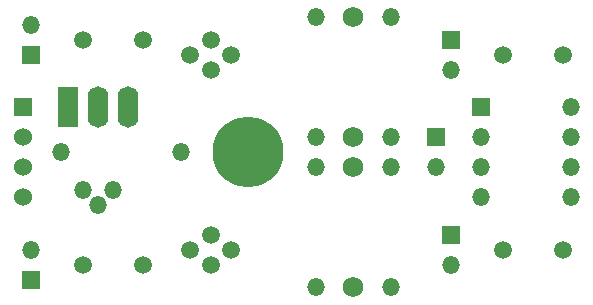
<source format=gts>
G04 (created by PCBNEW (2013-07-07 BZR 4022)-stable) date 8/2/2014 11:46:22 PM*
%MOIN*%
G04 Gerber Fmt 3.4, Leading zero omitted, Abs format*
%FSLAX34Y34*%
G01*
G70*
G90*
G04 APERTURE LIST*
%ADD10C,0.00590551*%
%ADD11O,0.059X0.059*%
%ADD12R,0.069X0.138*%
%ADD13O,0.069X0.138*%
%ADD14R,0.06X0.06*%
%ADD15C,0.06*%
%ADD16C,0.059*%
%ADD17C,0.069*%
%ADD18R,0.059X0.059*%
%ADD19C,0.23622*%
G04 APERTURE END LIST*
G54D10*
G54D11*
X68500Y-59750D03*
X68000Y-60250D03*
X67500Y-59750D03*
G54D12*
X67000Y-57000D03*
G54D13*
X68000Y-57000D03*
X69000Y-57000D03*
G54D11*
X70750Y-58500D03*
X66750Y-58500D03*
X77750Y-58000D03*
X77750Y-54000D03*
X75250Y-58000D03*
X75250Y-54000D03*
X77750Y-63000D03*
X77750Y-59000D03*
X75250Y-63000D03*
X75250Y-59000D03*
G54D14*
X65500Y-57000D03*
G54D15*
X65500Y-58000D03*
X65500Y-59000D03*
X65500Y-60000D03*
G54D16*
X71750Y-61257D03*
X72438Y-61750D03*
X71061Y-61750D03*
X71750Y-62242D03*
X71750Y-55742D03*
X71061Y-55250D03*
X72438Y-55250D03*
X71750Y-54757D03*
G54D17*
X76500Y-59000D03*
X76500Y-63000D03*
X76500Y-54000D03*
X76500Y-58000D03*
G54D18*
X65750Y-62750D03*
G54D11*
X65750Y-61750D03*
G54D18*
X79750Y-61250D03*
G54D11*
X79750Y-62250D03*
G54D18*
X79750Y-54750D03*
G54D11*
X79750Y-55750D03*
G54D18*
X79250Y-58000D03*
G54D11*
X79250Y-59000D03*
G54D18*
X65750Y-55250D03*
G54D11*
X65750Y-54250D03*
G54D18*
X80750Y-57000D03*
G54D11*
X80750Y-58000D03*
X80750Y-59000D03*
X80750Y-60000D03*
X83750Y-60000D03*
X83750Y-59000D03*
X83750Y-57000D03*
X83750Y-58000D03*
G54D16*
X67500Y-62250D03*
X69500Y-62250D03*
X83500Y-61750D03*
X81500Y-61750D03*
X69500Y-54750D03*
X67500Y-54750D03*
X81500Y-55250D03*
X83500Y-55250D03*
G54D19*
X73000Y-58500D03*
M02*

</source>
